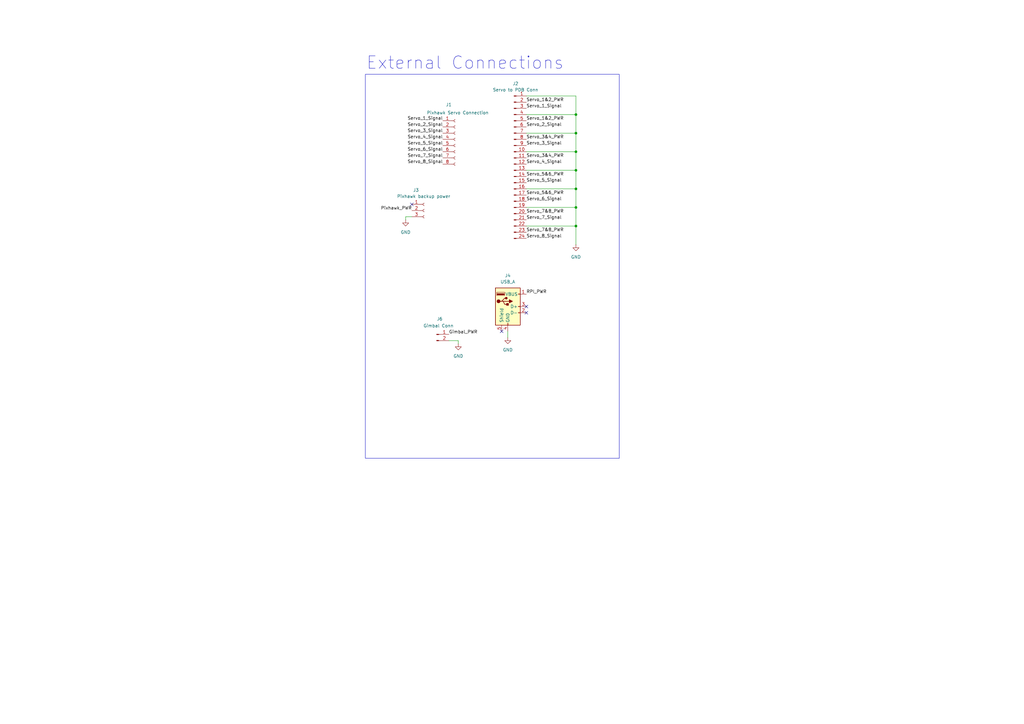
<source format=kicad_sch>
(kicad_sch (version 20250114) (generator "eeschema") (generator_version "9.0")
  (paper "A3")
  (lib_symbols
    (symbol "Connector:Conn_01x02_Pin" (pin_names (offset 1.016) (hide yes))
      (property "Reference" "J" (at 0 2.54 0))
      (property "Value" "Conn_01x02_Pin" (at 0 -5.08 0))
      (symbol "Conn_01x02_Pin_1_1"
        (rectangle (start 0.8636 0.127) (end 0 -0.127) (stroke (width 0.1524)) (fill (type outline)))
        (rectangle (start 0.8636 -2.413) (end 0 -2.667) (stroke (width 0.1524)) (fill (type outline)))
        (polyline (pts (xy 1.27 0) (xy 0.8636 0)) (stroke (width 0.1524)))
        (polyline (pts (xy 1.27 -2.54) (xy 0.8636 -2.54)) (stroke (width 0.1524)))
        (pin passive line (at 5.08 0 180) (length 3.81) (name "Pin_1") (number "1"))
        (pin passive line (at 5.08 -2.54 180) (length 3.81) (name "Pin_2") (number "2"))
      )
    )
    (symbol "Connector:Conn_01x03_Socket" (pin_names (offset 1.016) (hide yes))
      (property "Reference" "J" (at 0 5.08 0))
      (property "Value" "Conn_01x03_Socket" (at 0 -5.08 0))
      (symbol "Conn_01x03_Socket_1_1"
        (polyline (pts (xy -1.27 2.54) (xy -0.508 2.54)) (stroke (width 0.1524)))
        (polyline (pts (xy -1.27 0) (xy -0.508 0)) (stroke (width 0.1524)))
        (polyline (pts (xy -1.27 -2.54) (xy -0.508 -2.54)) (stroke (width 0.1524)))
        (arc (start 0 2.032) (mid -0.5058 2.54) (end 0 3.048) (stroke (width 0.1524)))
        (arc (start 0 -0.508) (mid -0.5058 0) (end 0 0.508) (stroke (width 0.1524)))
        (arc (start 0 -3.048) (mid -0.5058 -2.54) (end 0 -2.032) (stroke (width 0.1524)))
        (pin passive line (at -5.08 2.54 0) (length 3.81) (name "Pin_1") (number "1"))
        (pin passive line (at -5.08 0 0) (length 3.81) (name "Pin_2") (number "2"))
        (pin passive line (at -5.08 -2.54 0) (length 3.81) (name "Pin_3") (number "3"))
      )
    )
    (symbol "Connector:Conn_01x08_Socket" (pin_names (offset 1.016) (hide yes))
      (property "Reference" "J" (at 0 10.16 0))
      (property "Value" "Conn_01x08_Socket" (at 0 -12.7 0))
      (symbol "Conn_01x08_Socket_1_1"
        (polyline (pts (xy -1.27 7.62) (xy -0.508 7.62)) (stroke (width 0.1524)))
        (polyline (pts (xy -1.27 5.08) (xy -0.508 5.08)) (stroke (width 0.1524)))
        (polyline (pts (xy -1.27 2.54) (xy -0.508 2.54)) (stroke (width 0.1524)))
        (polyline (pts (xy -1.27 0) (xy -0.508 0)) (stroke (width 0.1524)))
        (polyline (pts (xy -1.27 -2.54) (xy -0.508 -2.54)) (stroke (width 0.1524)))
        (polyline (pts (xy -1.27 -5.08) (xy -0.508 -5.08)) (stroke (width 0.1524)))
        (polyline (pts (xy -1.27 -7.62) (xy -0.508 -7.62)) (stroke (width 0.1524)))
        (polyline (pts (xy -1.27 -10.16) (xy -0.508 -10.16)) (stroke (width 0.1524)))
        (arc (start 0 7.112) (mid -0.5058 7.62) (end 0 8.128) (stroke (width 0.1524)))
        (arc (start 0 4.572) (mid -0.5058 5.08) (end 0 5.588) (stroke (width 0.1524)))
        (arc (start 0 2.032) (mid -0.5058 2.54) (end 0 3.048) (stroke (width 0.1524)))
        (arc (start 0 -0.508) (mid -0.5058 0) (end 0 0.508) (stroke (width 0.1524)))
        (arc (start 0 -3.048) (mid -0.5058 -2.54) (end 0 -2.032) (stroke (width 0.1524)))
        (arc (start 0 -5.588) (mid -0.5058 -5.08) (end 0 -4.572) (stroke (width 0.1524)))
        (arc (start 0 -8.128) (mid -0.5058 -7.62) (end 0 -7.112) (stroke (width 0.1524)))
        (arc (start 0 -10.668) (mid -0.5058 -10.16) (end 0 -9.652) (stroke (width 0.1524)))
        (pin passive line (at -5.08 7.62 0) (length 3.81) (name "Pin_1") (number "1"))
        (pin passive line (at -5.08 5.08 0) (length 3.81) (name "Pin_2") (number "2"))
        (pin passive line (at -5.08 2.54 0) (length 3.81) (name "Pin_3") (number "3"))
        (pin passive line (at -5.08 0 0) (length 3.81) (name "Pin_4") (number "4"))
        (pin passive line (at -5.08 -2.54 0) (length 3.81) (name "Pin_5") (number "5"))
        (pin passive line (at -5.08 -5.08 0) (length 3.81) (name "Pin_6") (number "6"))
        (pin passive line (at -5.08 -7.62 0) (length 3.81) (name "Pin_7") (number "7"))
        (pin passive line (at -5.08 -10.16 0) (length 3.81) (name "Pin_8") (number "8"))
      )
    )
    (symbol "Connector:Conn_01x24_Pin" (pin_names (offset 1.016) (hide yes))
      (property "Reference" "J" (at 0 30.48 0))
      (property "Value" "Conn_01x24_Pin" (at 0 -33.02 0))
      (symbol "Conn_01x24_Pin_1_1"
        (rectangle (start 0.8636 28.067) (end 0 27.813) (stroke (width 0.1524)) (fill (type outline)))
        (rectangle (start 0.8636 25.527) (end 0 25.273) (stroke (width 0.1524)) (fill (type outline)))
        (rectangle (start 0.8636 22.987) (end 0 22.733) (stroke (width 0.1524)) (fill (type outline)))
        (rectangle (start 0.8636 20.447) (end 0 20.193) (stroke (width 0.1524)) (fill (type outline)))
        (rectangle (start 0.8636 17.907) (end 0 17.653) (stroke (width 0.1524)) (fill (type outline)))
        (rectangle (start 0.8636 15.367) (end 0 15.113) (stroke (width 0.1524)) (fill (type outline)))
        (rectangle (start 0.8636 12.827) (end 0 12.573) (stroke (width 0.1524)) (fill (type outline)))
        (rectangle (start 0.8636 10.287) (end 0 10.033) (stroke (width 0.1524)) (fill (type outline)))
        (rectangle (start 0.8636 7.747) (end 0 7.493) (stroke (width 0.1524)) (fill (type outline)))
        (rectangle (start 0.8636 5.207) (end 0 4.953) (stroke (width 0.1524)) (fill (type outline)))
        (rectangle (start 0.8636 2.667) (end 0 2.413) (stroke (width 0.1524)) (fill (type outline)))
        (rectangle (start 0.8636 0.127) (end 0 -0.127) (stroke (width 0.1524)) (fill (type outline)))
        (rectangle (start 0.8636 -2.413) (end 0 -2.667) (stroke (width 0.1524)) (fill (type outline)))
        (rectangle (start 0.8636 -4.953) (end 0 -5.207) (stroke (width 0.1524)) (fill (type outline)))
        (rectangle (start 0.8636 -7.493) (end 0 -7.747) (stroke (width 0.1524)) (fill (type outline)))
        (rectangle (start 0.8636 -10.033) (end 0 -10.287) (stroke (width 0.1524)) (fill (type outline)))
        (rectangle (start 0.8636 -12.573) (end 0 -12.827) (stroke (width 0.1524)) (fill (type outline)))
        (rectangle (start 0.8636 -15.113) (end 0 -15.367) (stroke (width 0.1524)) (fill (type outline)))
        (rectangle (start 0.8636 -17.653) (end 0 -17.907) (stroke (width 0.1524)) (fill (type outline)))
        (rectangle (start 0.8636 -20.193) (end 0 -20.447) (stroke (width 0.1524)) (fill (type outline)))
        (rectangle (start 0.8636 -22.733) (end 0 -22.987) (stroke (width 0.1524)) (fill (type outline)))
        (rectangle (start 0.8636 -25.273) (end 0 -25.527) (stroke (width 0.1524)) (fill (type outline)))
        (rectangle (start 0.8636 -27.813) (end 0 -28.067) (stroke (width 0.1524)) (fill (type outline)))
        (rectangle (start 0.8636 -30.353) (end 0 -30.607) (stroke (width 0.1524)) (fill (type outline)))
        (polyline (pts (xy 1.27 27.94) (xy 0.8636 27.94)) (stroke (width 0.1524)))
        (polyline (pts (xy 1.27 25.4) (xy 0.8636 25.4)) (stroke (width 0.1524)))
        (polyline (pts (xy 1.27 22.86) (xy 0.8636 22.86)) (stroke (width 0.1524)))
        (polyline (pts (xy 1.27 20.32) (xy 0.8636 20.32)) (stroke (width 0.1524)))
        (polyline (pts (xy 1.27 17.78) (xy 0.8636 17.78)) (stroke (width 0.1524)))
        (polyline (pts (xy 1.27 15.24) (xy 0.8636 15.24)) (stroke (width 0.1524)))
        (polyline (pts (xy 1.27 12.7) (xy 0.8636 12.7)) (stroke (width 0.1524)))
        (polyline (pts (xy 1.27 10.16) (xy 0.8636 10.16)) (stroke (width 0.1524)))
        (polyline (pts (xy 1.27 7.62) (xy 0.8636 7.62)) (stroke (width 0.1524)))
        (polyline (pts (xy 1.27 5.08) (xy 0.8636 5.08)) (stroke (width 0.1524)))
        (polyline (pts (xy 1.27 2.54) (xy 0.8636 2.54)) (stroke (width 0.1524)))
        (polyline (pts (xy 1.27 0) (xy 0.8636 0)) (stroke (width 0.1524)))
        (polyline (pts (xy 1.27 -2.54) (xy 0.8636 -2.54)) (stroke (width 0.1524)))
        (polyline (pts (xy 1.27 -5.08) (xy 0.8636 -5.08)) (stroke (width 0.1524)))
        (polyline (pts (xy 1.27 -7.62) (xy 0.8636 -7.62)) (stroke (width 0.1524)))
        (polyline (pts (xy 1.27 -10.16) (xy 0.8636 -10.16)) (stroke (width 0.1524)))
        (polyline (pts (xy 1.27 -12.7) (xy 0.8636 -12.7)) (stroke (width 0.1524)))
        (polyline (pts (xy 1.27 -15.24) (xy 0.8636 -15.24)) (stroke (width 0.1524)))
        (polyline (pts (xy 1.27 -17.78) (xy 0.8636 -17.78)) (stroke (width 0.1524)))
        (polyline (pts (xy 1.27 -20.32) (xy 0.8636 -20.32)) (stroke (width 0.1524)))
        (polyline (pts (xy 1.27 -22.86) (xy 0.8636 -22.86)) (stroke (width 0.1524)))
        (polyline (pts (xy 1.27 -25.4) (xy 0.8636 -25.4)) (stroke (width 0.1524)))
        (polyline (pts (xy 1.27 -27.94) (xy 0.8636 -27.94)) (stroke (width 0.1524)))
        (polyline (pts (xy 1.27 -30.48) (xy 0.8636 -30.48)) (stroke (width 0.1524)))
        (pin passive line (at 5.08 27.94 180) (length 3.81) (name "Pin_1") (number "1"))
        (pin passive line (at 5.08 25.4 180) (length 3.81) (name "Pin_2") (number "2"))
        (pin passive line (at 5.08 22.86 180) (length 3.81) (name "Pin_3") (number "3"))
        (pin passive line (at 5.08 20.32 180) (length 3.81) (name "Pin_4") (number "4"))
        (pin passive line (at 5.08 17.78 180) (length 3.81) (name "Pin_5") (number "5"))
        (pin passive line (at 5.08 15.24 180) (length 3.81) (name "Pin_6") (number "6"))
        (pin passive line (at 5.08 12.7 180) (length 3.81) (name "Pin_7") (number "7"))
        (pin passive line (at 5.08 10.16 180) (length 3.81) (name "Pin_8") (number "8"))
        (pin passive line (at 5.08 7.62 180) (length 3.81) (name "Pin_9") (number "9"))
        (pin passive line (at 5.08 5.08 180) (length 3.81) (name "Pin_10") (number "10"))
        (pin passive line (at 5.08 2.54 180) (length 3.81) (name "Pin_11") (number "11"))
        (pin passive line (at 5.08 0 180) (length 3.81) (name "Pin_12") (number "12"))
        (pin passive line (at 5.08 -2.54 180) (length 3.81) (name "Pin_13") (number "13"))
        (pin passive line (at 5.08 -5.08 180) (length 3.81) (name "Pin_14") (number "14"))
        (pin passive line (at 5.08 -7.62 180) (length 3.81) (name "Pin_15") (number "15"))
        (pin passive line (at 5.08 -10.16 180) (length 3.81) (name "Pin_16") (number "16"))
        (pin passive line (at 5.08 -12.7 180) (length 3.81) (name "Pin_17") (number "17"))
        (pin passive line (at 5.08 -15.24 180) (length 3.81) (name "Pin_18") (number "18"))
        (pin passive line (at 5.08 -17.78 180) (length 3.81) (name "Pin_19") (number "19"))
        (pin passive line (at 5.08 -20.32 180) (length 3.81) (name "Pin_20") (number "20"))
        (pin passive line (at 5.08 -22.86 180) (length 3.81) (name "Pin_21") (number "21"))
        (pin passive line (at 5.08 -25.4 180) (length 3.81) (name "Pin_22") (number "22"))
        (pin passive line (at 5.08 -27.94 180) (length 3.81) (name "Pin_23") (number "23"))
        (pin passive line (at 5.08 -30.48 180) (length 3.81) (name "Pin_24") (number "24"))
      )
    )
    (symbol "Connector:USB_A" (pin_names (offset 1.016))
      (property "Reference" "J" (at -5.08 11.43 0))
      (property "Value" "USB_A" (at -5.08 8.89 0))
      (symbol "USB_A_0_1"
        (rectangle (start -5.08 -7.62) (end 5.08 7.62) (stroke (width 0.254)) (fill (type background)))
        (circle (center -3.81 2.159) (radius 0.635) (stroke (width 0.254)) (fill (type outline)))
        (polyline (pts (xy -3.175 2.159) (xy -2.54 2.159) (xy -1.27 3.429) (xy -0.635 3.429)) (stroke (width 0.254)))
        (polyline (pts (xy -2.54 2.159) (xy -1.905 2.159) (xy -1.27 0.889) (xy 0 0.889)) (stroke (width 0.254)))
        (rectangle (start -1.524 4.826) (end -4.318 5.334) (fill (type outline)))
        (rectangle (start -1.27 4.572) (end -4.572 5.842))
        (circle (center -0.635 3.429) (radius 0.381) (stroke (width 0.254)) (fill (type outline)))
        (rectangle (start -0.127 -7.62) (end 0.127 -6.858))
        (rectangle (start 0.254 1.27) (end -0.508 0.508) (stroke (width 0.254)) (fill (type outline)))
        (polyline (pts (xy 0.635 2.794) (xy 0.635 1.524) (xy 1.905 2.159) (xy 0.635 2.794)) (stroke (width 0.254)) (fill (type outline)))
        (rectangle (start 5.08 4.953) (end 4.318 5.207))
        (rectangle (start 5.08 -0.127) (end 4.318 0.127))
        (rectangle (start 5.08 -2.667) (end 4.318 -2.413))
      )
      (symbol "USB_A_1_1"
        (polyline (pts (xy -1.905 2.159) (xy 0.635 2.159)) (stroke (width 0.254)))
        (pin passive line (at -2.54 -10.16 90) (length 2.54) (name "Shield") (number "5"))
        (pin power_in line (at 0 -10.16 90) (length 2.54) (name "GND") (number "4"))
        (pin power_in line (at 7.62 5.08 180) (length 2.54) (name "VBUS") (number "1"))
        (pin bidirectional line (at 7.62 0 180) (length 2.54) (name "D+") (number "3"))
        (pin bidirectional line (at 7.62 -2.54 180) (length 2.54) (name "D-") (number "2"))
      )
    )
    (symbol "power:GND" (power) (pin_numbers (hide yes)) (pin_names (offset 0) (hide yes))
      (property "Value" "GND" (at 0 -3.81 0))
      (symbol "GND_0_1"
        (polyline (pts (xy 0 0) (xy 0 -1.27) (xy 1.27 -1.27) (xy 0 -2.54) (xy -1.27 -1.27) (xy 0 -1.27)))
      )
      (symbol "GND_1_1"
        (pin power_in line (at 0 0 270) (length 0) (name "~") (number "1"))
      )
    )
  )
  (rectangle (start 149.86 30.48) (end 254 187.96))
  (text "External Connections\n" (at 190.754 25.908 0) (effects (font (size 5.08 5.08))))
  (junction (at 236.22 92.71))
  (junction (at 236.22 85.09))
  (junction (at 236.22 69.85))
  (junction (at 236.22 77.47))
  (junction (at 236.22 46.99))
  (junction (at 236.22 62.23))
  (junction (at 236.22 54.61))
  (no_connect (at 215.9 125.73))
  (no_connect (at 215.9 128.27))
  (no_connect (at 168.91 83.82))
  (no_connect (at 205.74 135.89))
  (wire (pts (xy 215.9 92.71) (xy 236.22 92.71)))
  (wire (pts (xy 236.22 62.23) (xy 236.22 69.85)))
  (wire (pts (xy 215.9 77.47) (xy 236.22 77.47)))
  (wire (pts (xy 236.22 54.61) (xy 236.22 62.23)))
  (wire (pts (xy 168.91 88.9) (xy 166.37 88.9)))
  (wire (pts (xy 215.9 46.99) (xy 236.22 46.99)))
  (wire (pts (xy 215.9 85.09) (xy 236.22 85.09)))
  (wire (pts (xy 236.22 77.47) (xy 236.22 85.09)))
  (wire (pts (xy 215.9 39.37) (xy 236.22 39.37)))
  (wire (pts (xy 236.22 69.85) (xy 236.22 77.47)))
  (wire (pts (xy 236.22 39.37) (xy 236.22 46.99)))
  (wire (pts (xy 166.37 88.9) (xy 166.37 90.17)))
  (wire (pts (xy 187.96 139.7) (xy 187.96 140.97)))
  (wire (pts (xy 236.22 85.09) (xy 236.22 92.71)))
  (wire (pts (xy 184.15 139.7) (xy 187.96 139.7)))
  (wire (pts (xy 236.22 92.71) (xy 236.22 100.33)))
  (wire (pts (xy 215.9 62.23) (xy 236.22 62.23)))
  (wire (pts (xy 215.9 69.85) (xy 236.22 69.85)))
  (wire (pts (xy 215.9 54.61) (xy 236.22 54.61)))
  (wire (pts (xy 236.22 46.99) (xy 236.22 54.61)))
  (wire (pts (xy 208.28 135.89) (xy 208.28 138.43)))
  (label "RPI_PWR" (at 215.9 120.65 0))
  (label "Servo_2_Signal" (at 215.9 52.07 0))
  (label "Servo_3_Signal" (at 215.9 59.69 0))
  (label "Servo_8_Signal" (at 181.61 67.31 180))
  (label "Servo_6_Signal" (at 215.9 82.55 0))
  (label "Servo_1_Signal" (at 181.61 49.53 180))
  (label "Gimbal_PWR" (at 184.15 137.16 0))
  (label "Servo_7&8_PWR" (at 215.9 95.25 0))
  (label "Servo_5&6_PWR" (at 215.9 80.01 0))
  (label "Servo_1&2_PWR" (at 215.9 41.91 0))
  (label "Servo_1_Signal" (at 215.9 44.45 0))
  (label "Servo_3&4_PWR" (at 215.9 64.77 0))
  (label "Servo_5&6_PWR" (at 215.9 72.39 0))
  (label "Servo_3&4_PWR" (at 215.9 57.15 0))
  (label "Servo_5_Signal" (at 215.9 74.93 0))
  (label "Servo_4_Signal" (at 215.9 67.31 0))
  (label "Servo_7_Signal" (at 181.61 64.77 180))
  (label "Servo_5_Signal" (at 181.61 59.69 180))
  (label "Servo_3_Signal" (at 181.61 54.61 180))
  (label "Servo_1&2_PWR" (at 215.9 49.53 0))
  (label "Servo_7&8_PWR" (at 215.9 87.63 0))
  (label "Servo_4_Signal" (at 181.61 57.15 180))
  (label "Servo_8_Signal" (at 215.9 97.79 0))
  (label "Servo_6_Signal" (at 181.61 62.23 180))
  (label "Pixhawk_PWR" (at 168.91 86.36 180))
  (label "Servo_7_Signal" (at 215.9 90.17 0))
  (label "Servo_2_Signal" (at 181.61 52.07 180))
  (symbol (lib_id "power:GND") (at 236.22 100.33 0) (unit 1)
    (property "Reference" "#PWR01" (effects (hide yes)))
    (property "Value" "GND" (at 236.22 105.41 0))
    (property "Description" "Power symbol creates a global label with name \"GND\" , ground" (effects (hide yes)))
  )
  (symbol (lib_id "Connector:Conn_01x24_Pin") (at 210.82 67.31 0) (unit 1)
    (property "Reference" "J2" (at 211.455 34.29 0))
    (property "Value" "Servo to PDB Conn" (at 211.455 36.83 0))
    (property "Description" "Generic connector, single row, 01x24, script generated" (effects (hide yes)))
  )
  (symbol (lib_id "power:GND") (at 166.37 90.17 0) (unit 1)
    (property "Reference" "#PWR02" (effects (hide yes)))
    (property "Value" "GND" (at 166.37 95.25 0))
    (property "Description" "Power symbol creates a global label with name \"GND\" , ground" (effects (hide yes)))
  )
  (symbol (lib_id "Connector:Conn_01x02_Pin") (at 179.07 137.16 0) (unit 1)
    (property "Reference" "J6" (at 180.34 130.81 0))
    (property "Value" "Gimbal Conn" (at 179.832 133.604 0))
    (property "Description" "Generic connector, single row, 01x02, script generated" (effects (hide yes)))
  )
  (symbol (lib_id "Connector:USB_A") (at 208.28 125.73 0) (unit 1)
    (property "Reference" "J4" (at 208.28 113.03 0))
    (property "Value" "USB_A" (at 208.28 115.57 0))
    (property "Description" "USB Type A connector" (effects (hide yes)))
  )
  (symbol (lib_id "power:GND") (at 208.28 138.43 0) (unit 1)
    (property "Reference" "#PWR03" (effects (hide yes)))
    (property "Value" "GND" (at 208.28 143.51 0))
    (property "Description" "Power symbol creates a global label with name \"GND\" , ground" (effects (hide yes)))
  )
  (symbol (lib_id "Connector:Conn_01x03_Socket") (at 173.99 86.36 0) (unit 1)
    (property "Reference" "J3" (at 169.418 77.978 0) (effects (justify left)))
    (property "Value" "Pixhawk backup power" (at 162.814 80.518 0) (effects (justify left)))
    (property "Description" "Generic connector, single row, 01x03, script generated" (effects (hide yes)))
  )
  (symbol (lib_id "Connector:Conn_01x08_Socket") (at 186.69 57.15 0) (unit 1)
    (property "Reference" "J1" (at 182.88 42.926 0) (effects (justify left)))
    (property "Value" "Pixhawk Servo Connection" (at 175.006 46.228 0) (effects (justify left)))
    (property "Description" "Generic connector, single row, 01x08, script generated" (effects (hide yes)))
  )
  (symbol (lib_id "power:GND") (at 187.96 140.97 0) (unit 1)
    (property "Reference" "#PWR04" (effects (hide yes)))
    (property "Value" "GND" (at 187.96 146.05 0))
    (property "Description" "Power symbol creates a global label with name \"GND\" , ground" (effects (hide yes)))
  )
)
</source>
